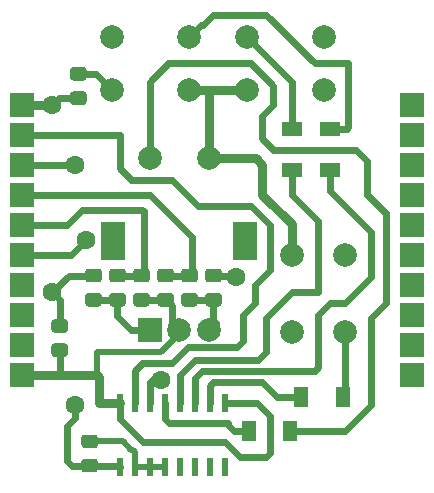
<source format=gbr>
G04 #@! TF.GenerationSoftware,KiCad,Pcbnew,(5.1.8)-1*
G04 #@! TF.CreationDate,2020-11-07T14:42:55+03:00*
G04 #@! TF.ProjectId,valc,76616c63-2e6b-4696-9361-645f70636258,rev?*
G04 #@! TF.SameCoordinates,Original*
G04 #@! TF.FileFunction,Copper,L2,Bot*
G04 #@! TF.FilePolarity,Positive*
%FSLAX46Y46*%
G04 Gerber Fmt 4.6, Leading zero omitted, Abs format (unit mm)*
G04 Created by KiCad (PCBNEW (5.1.8)-1) date 2020-11-07 14:42:55*
%MOMM*%
%LPD*%
G01*
G04 APERTURE LIST*
G04 #@! TA.AperFunction,ComponentPad*
%ADD10R,2.000000X2.000000*%
G04 #@! TD*
G04 #@! TA.AperFunction,ComponentPad*
%ADD11C,2.000000*%
G04 #@! TD*
G04 #@! TA.AperFunction,ComponentPad*
%ADD12R,2.000000X3.200000*%
G04 #@! TD*
G04 #@! TA.AperFunction,SMDPad,CuDef*
%ADD13R,1.300000X1.700000*%
G04 #@! TD*
G04 #@! TA.AperFunction,SMDPad,CuDef*
%ADD14R,1.700000X1.300000*%
G04 #@! TD*
G04 #@! TA.AperFunction,SMDPad,CuDef*
%ADD15R,0.600000X1.500000*%
G04 #@! TD*
G04 #@! TA.AperFunction,ViaPad*
%ADD16C,1.600000*%
G04 #@! TD*
G04 #@! TA.AperFunction,Conductor*
%ADD17C,0.600000*%
G04 #@! TD*
G04 #@! TA.AperFunction,Conductor*
%ADD18C,0.500000*%
G04 #@! TD*
G04 #@! TA.AperFunction,Conductor*
%ADD19C,0.800000*%
G04 #@! TD*
G04 APERTURE END LIST*
G04 #@! TA.AperFunction,SMDPad,CuDef*
G36*
G01*
X91572501Y-47002500D02*
X90672499Y-47002500D01*
G75*
G02*
X90422500Y-46752501I0J249999D01*
G01*
X90422500Y-46102499D01*
G75*
G02*
X90672499Y-45852500I249999J0D01*
G01*
X91572501Y-45852500D01*
G75*
G02*
X91822500Y-46102499I0J-249999D01*
G01*
X91822500Y-46752501D01*
G75*
G02*
X91572501Y-47002500I-249999J0D01*
G01*
G37*
G04 #@! TD.AperFunction*
G04 #@! TA.AperFunction,SMDPad,CuDef*
G36*
G01*
X91572501Y-44952500D02*
X90672499Y-44952500D01*
G75*
G02*
X90422500Y-44702501I0J249999D01*
G01*
X90422500Y-44052499D01*
G75*
G02*
X90672499Y-43802500I249999J0D01*
G01*
X91572501Y-43802500D01*
G75*
G02*
X91822500Y-44052499I0J-249999D01*
G01*
X91822500Y-44702501D01*
G75*
G02*
X91572501Y-44952500I-249999J0D01*
G01*
G37*
G04 #@! TD.AperFunction*
D10*
X97155000Y-66040000D03*
D11*
X99655000Y-66040000D03*
X102155000Y-66040000D03*
D12*
X94055000Y-58540000D03*
X105255000Y-58540000D03*
D11*
X97155000Y-51540000D03*
X102155000Y-51540000D03*
X111910000Y-41275000D03*
X111910000Y-45775000D03*
X105410000Y-41275000D03*
X105410000Y-45775000D03*
X113665000Y-66190000D03*
X109165000Y-66190000D03*
X113665000Y-59690000D03*
X109165000Y-59690000D03*
X100480000Y-41275000D03*
X100480000Y-45775000D03*
X93980000Y-41275000D03*
X93980000Y-45775000D03*
D10*
X119380000Y-69850000D03*
X119380000Y-67310000D03*
X119380000Y-64770000D03*
X119380000Y-62230000D03*
X119380000Y-59690000D03*
X119380000Y-57150000D03*
X119380000Y-54610000D03*
X119380000Y-52070000D03*
X119380000Y-49530000D03*
X119380000Y-46990000D03*
X86360000Y-49530000D03*
X86360000Y-52070000D03*
X86360000Y-54610000D03*
X86360000Y-57150000D03*
X86360000Y-59690000D03*
X86360000Y-62230000D03*
X86360000Y-64770000D03*
X86360000Y-67310000D03*
X86360000Y-46990000D03*
X86360000Y-69850000D03*
G04 #@! TA.AperFunction,SMDPad,CuDef*
G36*
G01*
X98038499Y-62925000D02*
X98938501Y-62925000D01*
G75*
G02*
X99188500Y-63174999I0J-249999D01*
G01*
X99188500Y-63825001D01*
G75*
G02*
X98938501Y-64075000I-249999J0D01*
G01*
X98038499Y-64075000D01*
G75*
G02*
X97788500Y-63825001I0J249999D01*
G01*
X97788500Y-63174999D01*
G75*
G02*
X98038499Y-62925000I249999J0D01*
G01*
G37*
G04 #@! TD.AperFunction*
G04 #@! TA.AperFunction,SMDPad,CuDef*
G36*
G01*
X98038499Y-60875000D02*
X98938501Y-60875000D01*
G75*
G02*
X99188500Y-61124999I0J-249999D01*
G01*
X99188500Y-61775001D01*
G75*
G02*
X98938501Y-62025000I-249999J0D01*
G01*
X98038499Y-62025000D01*
G75*
G02*
X97788500Y-61775001I0J249999D01*
G01*
X97788500Y-61124999D01*
G75*
G02*
X98038499Y-60875000I249999J0D01*
G01*
G37*
G04 #@! TD.AperFunction*
G04 #@! TA.AperFunction,SMDPad,CuDef*
G36*
G01*
X96006499Y-60875000D02*
X96906501Y-60875000D01*
G75*
G02*
X97156500Y-61124999I0J-249999D01*
G01*
X97156500Y-61775001D01*
G75*
G02*
X96906501Y-62025000I-249999J0D01*
G01*
X96006499Y-62025000D01*
G75*
G02*
X95756500Y-61775001I0J249999D01*
G01*
X95756500Y-61124999D01*
G75*
G02*
X96006499Y-60875000I249999J0D01*
G01*
G37*
G04 #@! TD.AperFunction*
G04 #@! TA.AperFunction,SMDPad,CuDef*
G36*
G01*
X96006499Y-62925000D02*
X96906501Y-62925000D01*
G75*
G02*
X97156500Y-63174999I0J-249999D01*
G01*
X97156500Y-63825001D01*
G75*
G02*
X96906501Y-64075000I-249999J0D01*
G01*
X96006499Y-64075000D01*
G75*
G02*
X95756500Y-63825001I0J249999D01*
G01*
X95756500Y-63174999D01*
G75*
G02*
X96006499Y-62925000I249999J0D01*
G01*
G37*
G04 #@! TD.AperFunction*
G04 #@! TA.AperFunction,SMDPad,CuDef*
G36*
G01*
X89084999Y-65147500D02*
X89985001Y-65147500D01*
G75*
G02*
X90235000Y-65397499I0J-249999D01*
G01*
X90235000Y-66047501D01*
G75*
G02*
X89985001Y-66297500I-249999J0D01*
G01*
X89084999Y-66297500D01*
G75*
G02*
X88835000Y-66047501I0J249999D01*
G01*
X88835000Y-65397499D01*
G75*
G02*
X89084999Y-65147500I249999J0D01*
G01*
G37*
G04 #@! TD.AperFunction*
G04 #@! TA.AperFunction,SMDPad,CuDef*
G36*
G01*
X89084999Y-67197500D02*
X89985001Y-67197500D01*
G75*
G02*
X90235000Y-67447499I0J-249999D01*
G01*
X90235000Y-68097501D01*
G75*
G02*
X89985001Y-68347500I-249999J0D01*
G01*
X89084999Y-68347500D01*
G75*
G02*
X88835000Y-68097501I0J249999D01*
G01*
X88835000Y-67447499D01*
G75*
G02*
X89084999Y-67197500I249999J0D01*
G01*
G37*
G04 #@! TD.AperFunction*
D13*
X105565000Y-74612500D03*
X109065000Y-74612500D03*
D14*
X109220000Y-49050000D03*
X109220000Y-52550000D03*
X112395000Y-52550000D03*
X112395000Y-49050000D03*
D13*
X113510000Y-71755000D03*
X110010000Y-71755000D03*
G04 #@! TA.AperFunction,SMDPad,CuDef*
G36*
G01*
X102102499Y-60875000D02*
X103002501Y-60875000D01*
G75*
G02*
X103252500Y-61124999I0J-249999D01*
G01*
X103252500Y-61775001D01*
G75*
G02*
X103002501Y-62025000I-249999J0D01*
G01*
X102102499Y-62025000D01*
G75*
G02*
X101852500Y-61775001I0J249999D01*
G01*
X101852500Y-61124999D01*
G75*
G02*
X102102499Y-60875000I249999J0D01*
G01*
G37*
G04 #@! TD.AperFunction*
G04 #@! TA.AperFunction,SMDPad,CuDef*
G36*
G01*
X102102499Y-62925000D02*
X103002501Y-62925000D01*
G75*
G02*
X103252500Y-63174999I0J-249999D01*
G01*
X103252500Y-63825001D01*
G75*
G02*
X103002501Y-64075000I-249999J0D01*
G01*
X102102499Y-64075000D01*
G75*
G02*
X101852500Y-63825001I0J249999D01*
G01*
X101852500Y-63174999D01*
G75*
G02*
X102102499Y-62925000I249999J0D01*
G01*
G37*
G04 #@! TD.AperFunction*
G04 #@! TA.AperFunction,SMDPad,CuDef*
G36*
G01*
X100970501Y-62025000D02*
X100070499Y-62025000D01*
G75*
G02*
X99820500Y-61775001I0J249999D01*
G01*
X99820500Y-61124999D01*
G75*
G02*
X100070499Y-60875000I249999J0D01*
G01*
X100970501Y-60875000D01*
G75*
G02*
X101220500Y-61124999I0J-249999D01*
G01*
X101220500Y-61775001D01*
G75*
G02*
X100970501Y-62025000I-249999J0D01*
G01*
G37*
G04 #@! TD.AperFunction*
G04 #@! TA.AperFunction,SMDPad,CuDef*
G36*
G01*
X100970501Y-64075000D02*
X100070499Y-64075000D01*
G75*
G02*
X99820500Y-63825001I0J249999D01*
G01*
X99820500Y-63174999D01*
G75*
G02*
X100070499Y-62925000I249999J0D01*
G01*
X100970501Y-62925000D01*
G75*
G02*
X101220500Y-63174999I0J-249999D01*
G01*
X101220500Y-63825001D01*
G75*
G02*
X100970501Y-64075000I-249999J0D01*
G01*
G37*
G04 #@! TD.AperFunction*
G04 #@! TA.AperFunction,SMDPad,CuDef*
G36*
G01*
X91942499Y-60875000D02*
X92842501Y-60875000D01*
G75*
G02*
X93092500Y-61124999I0J-249999D01*
G01*
X93092500Y-61775001D01*
G75*
G02*
X92842501Y-62025000I-249999J0D01*
G01*
X91942499Y-62025000D01*
G75*
G02*
X91692500Y-61775001I0J249999D01*
G01*
X91692500Y-61124999D01*
G75*
G02*
X91942499Y-60875000I249999J0D01*
G01*
G37*
G04 #@! TD.AperFunction*
G04 #@! TA.AperFunction,SMDPad,CuDef*
G36*
G01*
X91942499Y-62925000D02*
X92842501Y-62925000D01*
G75*
G02*
X93092500Y-63174999I0J-249999D01*
G01*
X93092500Y-63825001D01*
G75*
G02*
X92842501Y-64075000I-249999J0D01*
G01*
X91942499Y-64075000D01*
G75*
G02*
X91692500Y-63825001I0J249999D01*
G01*
X91692500Y-63174999D01*
G75*
G02*
X91942499Y-62925000I249999J0D01*
G01*
G37*
G04 #@! TD.AperFunction*
G04 #@! TA.AperFunction,SMDPad,CuDef*
G36*
G01*
X94874501Y-62025000D02*
X93974499Y-62025000D01*
G75*
G02*
X93724500Y-61775001I0J249999D01*
G01*
X93724500Y-61124999D01*
G75*
G02*
X93974499Y-60875000I249999J0D01*
G01*
X94874501Y-60875000D01*
G75*
G02*
X95124500Y-61124999I0J-249999D01*
G01*
X95124500Y-61775001D01*
G75*
G02*
X94874501Y-62025000I-249999J0D01*
G01*
G37*
G04 #@! TD.AperFunction*
G04 #@! TA.AperFunction,SMDPad,CuDef*
G36*
G01*
X94874501Y-64075000D02*
X93974499Y-64075000D01*
G75*
G02*
X93724500Y-63825001I0J249999D01*
G01*
X93724500Y-63174999D01*
G75*
G02*
X93974499Y-62925000I249999J0D01*
G01*
X94874501Y-62925000D01*
G75*
G02*
X95124500Y-63174999I0J-249999D01*
G01*
X95124500Y-63825001D01*
G75*
G02*
X94874501Y-64075000I-249999J0D01*
G01*
G37*
G04 #@! TD.AperFunction*
D15*
X94615000Y-72230000D03*
X95885000Y-72230000D03*
X97155000Y-72230000D03*
X98425000Y-72230000D03*
X99695000Y-72230000D03*
X100965000Y-72230000D03*
X102235000Y-72230000D03*
X103505000Y-72230000D03*
X103505000Y-77630000D03*
X102235000Y-77630000D03*
X100965000Y-77630000D03*
X99695000Y-77630000D03*
X98425000Y-77630000D03*
X97155000Y-77630000D03*
X95885000Y-77630000D03*
X94615000Y-77630000D03*
G04 #@! TA.AperFunction,SMDPad,CuDef*
G36*
G01*
X92525001Y-78117500D02*
X91624999Y-78117500D01*
G75*
G02*
X91375000Y-77867501I0J249999D01*
G01*
X91375000Y-77217499D01*
G75*
G02*
X91624999Y-76967500I249999J0D01*
G01*
X92525001Y-76967500D01*
G75*
G02*
X92775000Y-77217499I0J-249999D01*
G01*
X92775000Y-77867501D01*
G75*
G02*
X92525001Y-78117500I-249999J0D01*
G01*
G37*
G04 #@! TD.AperFunction*
G04 #@! TA.AperFunction,SMDPad,CuDef*
G36*
G01*
X92525001Y-76067500D02*
X91624999Y-76067500D01*
G75*
G02*
X91375000Y-75817501I0J249999D01*
G01*
X91375000Y-75167499D01*
G75*
G02*
X91624999Y-74917500I249999J0D01*
G01*
X92525001Y-74917500D01*
G75*
G02*
X92775000Y-75167499I0J-249999D01*
G01*
X92775000Y-75817501D01*
G75*
G02*
X92525001Y-76067500I-249999J0D01*
G01*
G37*
G04 #@! TD.AperFunction*
D16*
X98100000Y-70300000D03*
X90805000Y-52070000D03*
X91757500Y-58420000D03*
X104457500Y-61595000D03*
X88900000Y-46990000D03*
X90805000Y-72390000D03*
X88900000Y-62865000D03*
D17*
X94615000Y-52387500D02*
X94615000Y-49530000D01*
X94615000Y-49530000D02*
X86360000Y-49530000D01*
X99060000Y-53340000D02*
X95567500Y-53340000D01*
X95567500Y-53340000D02*
X94615000Y-52387500D01*
X101282500Y-55562500D02*
X99060000Y-53340000D01*
X95885000Y-72230000D02*
X95885000Y-69532500D01*
X96520000Y-68897500D02*
X99060000Y-68897500D01*
X99060000Y-68897500D02*
X100417499Y-67540001D01*
X95885000Y-69532500D02*
X96520000Y-68897500D01*
X106045000Y-62230000D02*
X107315000Y-60960000D01*
X100417499Y-67540001D02*
X104544999Y-67540001D01*
X104544999Y-67540001D02*
X105092500Y-66992500D01*
X105092500Y-66992500D02*
X105092500Y-64770000D01*
X105092500Y-64770000D02*
X106045000Y-63817500D01*
X106045000Y-63817500D02*
X106045000Y-62230000D01*
X107315000Y-60960000D02*
X107315000Y-57150000D01*
X107315000Y-57150000D02*
X105727500Y-55562500D01*
X105727500Y-55562500D02*
X101282500Y-55562500D01*
X86360000Y-52070000D02*
X90805000Y-52070000D01*
D18*
X90805000Y-52070000D02*
X90805000Y-52070000D01*
D17*
X97155000Y-72230000D02*
X97155000Y-70485000D01*
X97340000Y-70300000D02*
X97155000Y-70485000D01*
X98100000Y-70300000D02*
X97340000Y-70300000D01*
X113982500Y-48912500D02*
X113845000Y-49050000D01*
X113982500Y-43497500D02*
X113982500Y-48912500D01*
X100480000Y-41275000D02*
X101479999Y-40275001D01*
X101479999Y-40275001D02*
X101647499Y-40275001D01*
X101647499Y-40275001D02*
X102552500Y-39370000D01*
X113845000Y-49050000D02*
X112395000Y-49050000D01*
X102552500Y-39370000D02*
X106997500Y-39370000D01*
X106997500Y-39370000D02*
X111125000Y-43497500D01*
X111125000Y-43497500D02*
X113982500Y-43497500D01*
D19*
X102155000Y-51540000D02*
X102155000Y-46275000D01*
X100480000Y-45775000D02*
X101655000Y-45775000D01*
X102155000Y-51540000D02*
X106150000Y-51540000D01*
X106150000Y-51540000D02*
X106680000Y-52070000D01*
X106680000Y-52070000D02*
X106680000Y-54610000D01*
X109165000Y-57095000D02*
X109165000Y-59690000D01*
X106680000Y-54610000D02*
X109165000Y-57095000D01*
D17*
X92582500Y-44377500D02*
X93980000Y-45775000D01*
X91122500Y-44377500D02*
X92582500Y-44377500D01*
X86360000Y-59690000D02*
X90487500Y-59690000D01*
X90487500Y-59690000D02*
X91757500Y-58420000D01*
X91757500Y-58420000D02*
X91757500Y-58420000D01*
X102155000Y-45800000D02*
X102180000Y-45775000D01*
X102155000Y-46275000D02*
X102155000Y-45800000D01*
D19*
X101655000Y-45775000D02*
X102180000Y-45775000D01*
X102180000Y-45775000D02*
X105410000Y-45775000D01*
D17*
X113665000Y-71600000D02*
X113510000Y-71755000D01*
X113665000Y-66190000D02*
X113665000Y-71600000D01*
X109220000Y-45085000D02*
X109220000Y-49050000D01*
X105410000Y-41275000D02*
X109220000Y-45085000D01*
D19*
X92870000Y-72230000D02*
X94615000Y-72230000D01*
D17*
X94615000Y-73580000D02*
X96600000Y-75565000D01*
X94615000Y-72230000D02*
X94615000Y-73580000D01*
X96600000Y-75565000D02*
X103505000Y-75565000D01*
X103505000Y-75565000D02*
X104775000Y-76835000D01*
X104775000Y-76835000D02*
X106997500Y-76835000D01*
X106997500Y-76835000D02*
X107315000Y-76517500D01*
X107315000Y-76517500D02*
X107315000Y-73342500D01*
X106202500Y-72230000D02*
X103505000Y-72230000D01*
X107315000Y-73342500D02*
X106202500Y-72230000D01*
D19*
X92870000Y-70010000D02*
X92710000Y-69850000D01*
X92870000Y-72230000D02*
X92870000Y-70010000D01*
D17*
X96456500Y-63500000D02*
X98488500Y-63500000D01*
X99060000Y-65445000D02*
X99655000Y-66040000D01*
X99060000Y-64030787D02*
X99060000Y-65445000D01*
X98592713Y-63563500D02*
X99060000Y-64030787D01*
X98488500Y-63500000D02*
X98488500Y-63563500D01*
X98488500Y-63563500D02*
X98592713Y-63563500D01*
X89535000Y-67772500D02*
X89535000Y-69850000D01*
D19*
X86360000Y-69850000D02*
X89535000Y-69850000D01*
X89535000Y-69850000D02*
X92710000Y-69850000D01*
D18*
X92710000Y-67945000D02*
X92710000Y-69850000D01*
X98107500Y-67945000D02*
X92710000Y-67945000D01*
X99655000Y-66040000D02*
X99655000Y-66397500D01*
X99655000Y-66397500D02*
X98107500Y-67945000D01*
D17*
X98488500Y-61450000D02*
X100520500Y-61450000D01*
X100711000Y-58166000D02*
X100711000Y-61450000D01*
X86360000Y-54610000D02*
X97155000Y-54610000D01*
X97155000Y-54610000D02*
X100711000Y-58166000D01*
X94424500Y-61450000D02*
X96456500Y-61450000D01*
X96647000Y-56007000D02*
X96647000Y-61450000D01*
X96520000Y-55880000D02*
X96647000Y-56007000D01*
X91440000Y-55880000D02*
X96520000Y-55880000D01*
X91440000Y-55880000D02*
X90170000Y-57150000D01*
X86360000Y-57150000D02*
X90170000Y-57150000D01*
X94527500Y-77542500D02*
X94615000Y-77630000D01*
X92075000Y-77542500D02*
X94527500Y-77542500D01*
D19*
X86360000Y-46990000D02*
X88900000Y-46990000D01*
X88900000Y-46990000D02*
X88900000Y-46990000D01*
D17*
X90805000Y-73521370D02*
X90805000Y-72390000D01*
X90170000Y-74156370D02*
X90805000Y-73521370D01*
X90170000Y-77152500D02*
X90170000Y-74156370D01*
X90560000Y-77542500D02*
X90170000Y-77152500D01*
X92075000Y-77542500D02*
X90560000Y-77542500D01*
X89462500Y-46427500D02*
X88900000Y-46990000D01*
X91122500Y-46427500D02*
X89462500Y-46427500D01*
X90315000Y-61450000D02*
X88900000Y-62865000D01*
X92392500Y-61450000D02*
X90315000Y-61450000D01*
X89535000Y-63500000D02*
X88900000Y-62865000D01*
X89535000Y-65722500D02*
X89535000Y-63500000D01*
X104312500Y-61450000D02*
X104457500Y-61595000D01*
X102552500Y-61450000D02*
X104312500Y-61450000D01*
X98425000Y-72230000D02*
X98425000Y-73580000D01*
X98425000Y-73580000D02*
X98822500Y-73977500D01*
X98822500Y-73977500D02*
X103822500Y-73977500D01*
X104315000Y-74612500D02*
X105565000Y-74612500D01*
X103822500Y-74120000D02*
X104315000Y-74612500D01*
X103822500Y-73977500D02*
X103822500Y-74120000D01*
X107632500Y-46990000D02*
X106680000Y-47942500D01*
X107632500Y-45402500D02*
X107632500Y-46990000D01*
X115570000Y-54610000D02*
X117157500Y-56197500D01*
X98742500Y-43497500D02*
X105727500Y-43497500D01*
X114617500Y-50800000D02*
X115570000Y-51752500D01*
X97155000Y-45085000D02*
X98742500Y-43497500D01*
X117157500Y-56197500D02*
X117157500Y-63817500D01*
X97155000Y-51540000D02*
X97155000Y-45085000D01*
X106680000Y-47942500D02*
X106680000Y-49847500D01*
X106680000Y-49847500D02*
X107632500Y-50800000D01*
X107632500Y-50800000D02*
X114617500Y-50800000D01*
X115570000Y-51752500D02*
X115570000Y-54610000D01*
X105727500Y-43497500D02*
X107632500Y-45402500D01*
X117157500Y-63817500D02*
X115887500Y-65087500D01*
X115887500Y-65087500D02*
X115887500Y-72390000D01*
X113665000Y-74612500D02*
X113823750Y-74453750D01*
X109065000Y-74612500D02*
X113665000Y-74612500D01*
X115887500Y-72390000D02*
X113823750Y-74453750D01*
X109220000Y-54610000D02*
X109220000Y-52550000D01*
X109220000Y-62865000D02*
X111442500Y-62865000D01*
X99695000Y-72230000D02*
X99695000Y-69850000D01*
X100965000Y-68580000D02*
X106362500Y-68580000D01*
X111442500Y-56832500D02*
X109220000Y-54610000D01*
X106362500Y-68580000D02*
X106997500Y-67945000D01*
X106997500Y-67945000D02*
X106997500Y-65087500D01*
X111442500Y-62865000D02*
X111442500Y-56832500D01*
X99695000Y-69850000D02*
X100965000Y-68580000D01*
X106997500Y-65087500D02*
X109220000Y-62865000D01*
X112395000Y-63817500D02*
X113665000Y-63817500D01*
X100965000Y-72230000D02*
X100965000Y-70167500D01*
X115887500Y-61595000D02*
X115887500Y-57785000D01*
X100965000Y-70167500D02*
X101600000Y-69532500D01*
X115887500Y-57785000D02*
X112395000Y-54292500D01*
X101600000Y-69532500D02*
X111125000Y-69532500D01*
X111125000Y-69532500D02*
X111442500Y-69215000D01*
X112395000Y-54292500D02*
X112395000Y-52550000D01*
X111442500Y-69215000D02*
X111442500Y-64770000D01*
X113665000Y-63817500D02*
X115887500Y-61595000D01*
X111442500Y-64770000D02*
X112395000Y-63817500D01*
X107950000Y-71755000D02*
X110010000Y-71755000D01*
X106680000Y-70485000D02*
X107950000Y-71755000D01*
X102552500Y-70485000D02*
X106680000Y-70485000D01*
X102235000Y-72230000D02*
X102235000Y-70802500D01*
X102235000Y-70802500D02*
X102552500Y-70485000D01*
X102743000Y-65452000D02*
X102155000Y-66040000D01*
X102552500Y-63500000D02*
X102552500Y-65452000D01*
X102552500Y-63500000D02*
X100520500Y-63500000D01*
X92392500Y-63500000D02*
X94424500Y-63500000D01*
X96647000Y-65532000D02*
X97155000Y-66040000D01*
X95555000Y-66040000D02*
X97155000Y-66040000D01*
X94424500Y-64909500D02*
X95555000Y-66040000D01*
X94424500Y-63500000D02*
X94424500Y-64909500D01*
D18*
X92075000Y-75492500D02*
X94860000Y-75492500D01*
X95885000Y-77180000D02*
X95885000Y-77630000D01*
X94860000Y-75492500D02*
X95567500Y-76200000D01*
X95885000Y-76380000D02*
X95885000Y-77630000D01*
X95705000Y-76200000D02*
X95885000Y-76380000D01*
X95567500Y-76200000D02*
X95705000Y-76200000D01*
X95885000Y-77630000D02*
X97155000Y-77630000D01*
X97155000Y-77630000D02*
X98425000Y-77630000D01*
M02*

</source>
